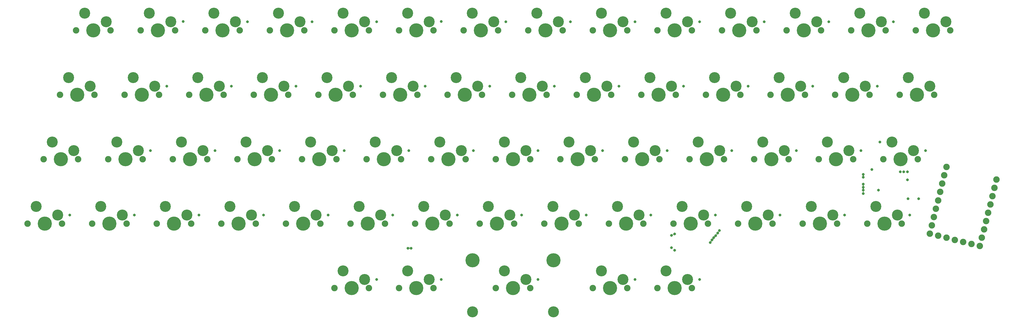
<source format=gbr>
%TF.GenerationSoftware,KiCad,Pcbnew,(6.0.6-0)*%
%TF.CreationDate,2022-07-30T10:34:08-07:00*%
%TF.ProjectId,purple-owl,70757270-6c65-42d6-9f77-6c2e6b696361,v0.1*%
%TF.SameCoordinates,Original*%
%TF.FileFunction,Soldermask,Bot*%
%TF.FilePolarity,Negative*%
%FSLAX46Y46*%
G04 Gerber Fmt 4.6, Leading zero omitted, Abs format (unit mm)*
G04 Created by KiCad (PCBNEW (6.0.6-0)) date 2022-07-30 10:34:08*
%MOMM*%
%LPD*%
G01*
G04 APERTURE LIST*
%ADD10C,3.248000*%
%ADD11C,1.901800*%
%ADD12C,4.187800*%
%ADD13C,1.900000*%
%ADD14C,0.800000*%
G04 APERTURE END LIST*
D10*
%TO.C,SW10*%
X168910000Y-71120000D03*
D11*
X176530000Y-76200000D03*
D12*
X171450000Y-76200000D03*
D11*
X166370000Y-76200000D03*
D10*
X175260000Y-73660000D03*
%TD*%
D12*
%TO.C,SW22*%
X204787500Y-95250000D03*
D11*
X199707500Y-95250000D03*
X209867500Y-95250000D03*
D10*
X202247500Y-90170000D03*
X208597500Y-92710000D03*
%TD*%
D12*
%TO.C,SW48*%
X233362500Y-133350000D03*
D11*
X238442500Y-133350000D03*
X228282500Y-133350000D03*
D10*
X230822500Y-128270000D03*
X237172500Y-130810000D03*
%TD*%
%TO.C,SW15*%
X335597500Y-90170000D03*
D12*
X338137500Y-95250000D03*
D10*
X341947500Y-92710000D03*
D11*
X343217500Y-95250000D03*
X333057500Y-95250000D03*
%TD*%
D10*
%TO.C,SW58*%
X251460000Y-149860000D03*
X245110000Y-147320000D03*
D11*
X242570000Y-152400000D03*
X252730000Y-152400000D03*
D12*
X247650000Y-152400000D03*
%TD*%
%TO.C,SW24*%
X166687500Y-95250000D03*
D11*
X161607500Y-95250000D03*
X171767500Y-95250000D03*
D10*
X164147500Y-90170000D03*
X170497500Y-92710000D03*
%TD*%
%TO.C,SW32*%
X273685000Y-109220000D03*
D12*
X276225000Y-114300000D03*
D10*
X280035000Y-111760000D03*
D11*
X271145000Y-114300000D03*
X281305000Y-114300000D03*
%TD*%
%TO.C,SW20*%
X237807500Y-95250000D03*
X247967500Y-95250000D03*
D12*
X242887500Y-95250000D03*
D10*
X246697500Y-92710000D03*
X240347500Y-90170000D03*
%TD*%
D12*
%TO.C,SW8*%
X209550000Y-76200000D03*
D10*
X207010000Y-71120000D03*
D11*
X204470000Y-76200000D03*
X214630000Y-76200000D03*
D10*
X213360000Y-73660000D03*
%TD*%
D11*
%TO.C,SW11*%
X147320000Y-76200000D03*
X157480000Y-76200000D03*
D10*
X156210000Y-73660000D03*
D12*
X152400000Y-76200000D03*
D10*
X149860000Y-71120000D03*
%TD*%
D12*
%TO.C,SW9*%
X190500000Y-76200000D03*
D10*
X194310000Y-73660000D03*
D11*
X185420000Y-76200000D03*
D10*
X187960000Y-71120000D03*
D11*
X195580000Y-76200000D03*
%TD*%
%TO.C,SW47*%
X257492500Y-133350000D03*
X247332500Y-133350000D03*
D10*
X256222500Y-130810000D03*
X249872500Y-128270000D03*
D12*
X252412500Y-133350000D03*
%TD*%
D10*
%TO.C,SW12*%
X137160000Y-73660000D03*
D11*
X128270000Y-76200000D03*
D10*
X130810000Y-71120000D03*
D12*
X133350000Y-76200000D03*
D11*
X138430000Y-76200000D03*
%TD*%
%TO.C,SW35*%
X213995000Y-114300000D03*
D10*
X222885000Y-111760000D03*
D11*
X224155000Y-114300000D03*
D10*
X216535000Y-109220000D03*
D12*
X219075000Y-114300000D03*
%TD*%
%TO.C,SW2*%
X323850000Y-76200000D03*
D10*
X327660000Y-73660000D03*
D11*
X328930000Y-76200000D03*
X318770000Y-76200000D03*
D10*
X321310000Y-71120000D03*
%TD*%
%TO.C,SW44*%
X313372500Y-130810000D03*
D12*
X309562500Y-133350000D03*
D11*
X304482500Y-133350000D03*
X314642500Y-133350000D03*
D10*
X307022500Y-128270000D03*
%TD*%
D11*
%TO.C,SW16*%
X324167500Y-95250000D03*
D12*
X319087500Y-95250000D03*
D10*
X322897500Y-92710000D03*
D11*
X314007500Y-95250000D03*
D10*
X316547500Y-90170000D03*
%TD*%
%TO.C,SW54*%
X122872500Y-130810000D03*
X116522500Y-128270000D03*
D11*
X113982500Y-133350000D03*
D12*
X119062500Y-133350000D03*
D11*
X124142500Y-133350000D03*
%TD*%
%TO.C,SW55*%
X94932500Y-133350000D03*
X105092500Y-133350000D03*
D10*
X103822500Y-130810000D03*
D12*
X100012500Y-133350000D03*
D10*
X97472500Y-128270000D03*
%TD*%
D11*
%TO.C,SW36*%
X194945000Y-114300000D03*
D12*
X200025000Y-114300000D03*
D10*
X197485000Y-109220000D03*
D11*
X205105000Y-114300000D03*
D10*
X203835000Y-111760000D03*
%TD*%
D11*
%TO.C,SW42*%
X80645000Y-114300000D03*
X90805000Y-114300000D03*
D10*
X89535000Y-111760000D03*
X83185000Y-109220000D03*
D12*
X85725000Y-114300000D03*
%TD*%
D11*
%TO.C,SW43*%
X333692500Y-133350000D03*
D10*
X332422500Y-130810000D03*
D12*
X328612500Y-133350000D03*
D11*
X323532500Y-133350000D03*
D10*
X326072500Y-128270000D03*
%TD*%
%TO.C,SW33*%
X260985000Y-111760000D03*
D11*
X252095000Y-114300000D03*
D10*
X254635000Y-109220000D03*
D12*
X257175000Y-114300000D03*
D11*
X262255000Y-114300000D03*
%TD*%
D10*
%TO.C,SW28*%
X87947500Y-90170000D03*
D12*
X90487500Y-95250000D03*
D10*
X94297500Y-92710000D03*
D11*
X95567500Y-95250000D03*
X85407500Y-95250000D03*
%TD*%
D12*
%TO.C,SW23*%
X185737500Y-95250000D03*
D10*
X183197500Y-90170000D03*
D11*
X190817500Y-95250000D03*
X180657500Y-95250000D03*
D10*
X189547500Y-92710000D03*
%TD*%
D11*
%TO.C,SW52*%
X162242500Y-133350000D03*
D10*
X160972500Y-130810000D03*
D12*
X157162500Y-133350000D03*
D11*
X152082500Y-133350000D03*
D10*
X154622500Y-128270000D03*
%TD*%
D12*
%TO.C,SW53*%
X138112500Y-133350000D03*
D11*
X133032500Y-133350000D03*
D10*
X141922500Y-130810000D03*
X135572500Y-128270000D03*
D11*
X143192500Y-133350000D03*
%TD*%
D12*
%TO.C,SW59*%
X231013000Y-144145000D03*
X207137000Y-144145000D03*
D10*
X207137000Y-159385000D03*
X216535000Y-147320000D03*
D11*
X213995000Y-152400000D03*
D10*
X222885000Y-149860000D03*
D12*
X219075000Y-152400000D03*
D10*
X231013000Y-159385000D03*
D11*
X224155000Y-152400000D03*
%TD*%
D12*
%TO.C,SW27*%
X109537500Y-95250000D03*
D10*
X106997500Y-90170000D03*
D11*
X104457500Y-95250000D03*
X114617500Y-95250000D03*
D10*
X113347500Y-92710000D03*
%TD*%
D12*
%TO.C,SW7*%
X228600000Y-76200000D03*
D11*
X233680000Y-76200000D03*
X223520000Y-76200000D03*
D10*
X226060000Y-71120000D03*
X232410000Y-73660000D03*
%TD*%
D12*
%TO.C,SW17*%
X300037500Y-95250000D03*
D10*
X297497500Y-90170000D03*
D11*
X305117500Y-95250000D03*
D10*
X303847500Y-92710000D03*
D11*
X294957500Y-95250000D03*
%TD*%
D10*
%TO.C,SW60*%
X187960000Y-147320000D03*
D11*
X195580000Y-152400000D03*
D10*
X194310000Y-149860000D03*
D12*
X190500000Y-152400000D03*
D11*
X185420000Y-152400000D03*
%TD*%
D10*
%TO.C,SW41*%
X102235000Y-109220000D03*
D11*
X109855000Y-114300000D03*
D12*
X104775000Y-114300000D03*
D11*
X99695000Y-114300000D03*
D10*
X108585000Y-111760000D03*
%TD*%
D11*
%TO.C,SW38*%
X156845000Y-114300000D03*
D12*
X161925000Y-114300000D03*
D10*
X165735000Y-111760000D03*
D11*
X167005000Y-114300000D03*
D10*
X159385000Y-109220000D03*
%TD*%
D11*
%TO.C,SW49*%
X219392500Y-133350000D03*
D10*
X218122500Y-130810000D03*
D11*
X209232500Y-133350000D03*
D12*
X214312500Y-133350000D03*
D10*
X211772500Y-128270000D03*
%TD*%
%TO.C,SW25*%
X145097500Y-90170000D03*
X151447500Y-92710000D03*
D12*
X147637500Y-95250000D03*
D11*
X152717500Y-95250000D03*
X142557500Y-95250000D03*
%TD*%
%TO.C,SW19*%
X256857500Y-95250000D03*
D10*
X265747500Y-92710000D03*
D11*
X267017500Y-95250000D03*
D10*
X259397500Y-90170000D03*
D12*
X261937500Y-95250000D03*
%TD*%
D11*
%TO.C,SW40*%
X118745000Y-114300000D03*
D12*
X123825000Y-114300000D03*
D10*
X127635000Y-111760000D03*
D11*
X128905000Y-114300000D03*
D10*
X121285000Y-109220000D03*
%TD*%
D11*
%TO.C,SW29*%
X338455000Y-114300000D03*
X328295000Y-114300000D03*
D10*
X337185000Y-111760000D03*
X330835000Y-109220000D03*
D12*
X333375000Y-114300000D03*
%TD*%
%TO.C,SW31*%
X295275000Y-114300000D03*
D11*
X300355000Y-114300000D03*
D10*
X292735000Y-109220000D03*
X299085000Y-111760000D03*
D11*
X290195000Y-114300000D03*
%TD*%
D10*
%TO.C,SW26*%
X132397500Y-92710000D03*
X126047500Y-90170000D03*
D11*
X123507500Y-95250000D03*
X133667500Y-95250000D03*
D12*
X128587500Y-95250000D03*
%TD*%
%TO.C,SW3*%
X304800000Y-76200000D03*
D11*
X309880000Y-76200000D03*
D10*
X308610000Y-73660000D03*
D11*
X299720000Y-76200000D03*
D10*
X302260000Y-71120000D03*
%TD*%
D11*
%TO.C,SW56*%
X75882500Y-133350000D03*
D12*
X80962500Y-133350000D03*
D10*
X84772500Y-130810000D03*
X78422500Y-128270000D03*
D11*
X86042500Y-133350000D03*
%TD*%
D12*
%TO.C,SW18*%
X280987500Y-95250000D03*
D11*
X286067500Y-95250000D03*
D10*
X278447500Y-90170000D03*
X284797500Y-92710000D03*
D11*
X275907500Y-95250000D03*
%TD*%
D10*
%TO.C,SW61*%
X168910000Y-147320000D03*
X175260000Y-149860000D03*
D11*
X176530000Y-152400000D03*
X166370000Y-152400000D03*
D12*
X171450000Y-152400000D03*
%TD*%
D11*
%TO.C,SW51*%
X171132500Y-133350000D03*
D12*
X176212500Y-133350000D03*
D10*
X173672500Y-128270000D03*
D11*
X181292500Y-133350000D03*
D10*
X180022500Y-130810000D03*
%TD*%
%TO.C,SW21*%
X227647500Y-92710000D03*
X221297500Y-90170000D03*
D12*
X223837500Y-95250000D03*
D11*
X218757500Y-95250000D03*
X228917500Y-95250000D03*
%TD*%
%TO.C,SW34*%
X243205000Y-114300000D03*
X233045000Y-114300000D03*
D12*
X238125000Y-114300000D03*
D10*
X235585000Y-109220000D03*
X241935000Y-111760000D03*
%TD*%
D11*
%TO.C,SW5*%
X271780000Y-76200000D03*
X261620000Y-76200000D03*
D12*
X266700000Y-76200000D03*
D10*
X270510000Y-73660000D03*
X264160000Y-71120000D03*
%TD*%
D12*
%TO.C,SW39*%
X142875000Y-114300000D03*
D11*
X147955000Y-114300000D03*
D10*
X146685000Y-111760000D03*
D11*
X137795000Y-114300000D03*
D10*
X140335000Y-109220000D03*
%TD*%
D12*
%TO.C,SW50*%
X195262500Y-133350000D03*
D10*
X192722500Y-128270000D03*
X199072500Y-130810000D03*
D11*
X190182500Y-133350000D03*
X200342500Y-133350000D03*
%TD*%
D10*
%TO.C,SW57*%
X270510000Y-149860000D03*
D12*
X266700000Y-152400000D03*
D11*
X261620000Y-152400000D03*
D10*
X264160000Y-147320000D03*
D11*
X271780000Y-152400000D03*
%TD*%
D10*
%TO.C,SW1*%
X340360000Y-71120000D03*
D11*
X337820000Y-76200000D03*
X347980000Y-76200000D03*
D12*
X342900000Y-76200000D03*
D10*
X346710000Y-73660000D03*
%TD*%
%TO.C,SW46*%
X268922500Y-128270000D03*
D11*
X266382500Y-133350000D03*
X276542500Y-133350000D03*
D12*
X271462500Y-133350000D03*
D10*
X275272500Y-130810000D03*
%TD*%
D12*
%TO.C,SW37*%
X180975000Y-114300000D03*
D10*
X184785000Y-111760000D03*
X178435000Y-109220000D03*
D11*
X186055000Y-114300000D03*
X175895000Y-114300000D03*
%TD*%
D10*
%TO.C,SW30*%
X311785000Y-109220000D03*
D12*
X314325000Y-114300000D03*
D11*
X319405000Y-114300000D03*
D10*
X318135000Y-111760000D03*
D11*
X309245000Y-114300000D03*
%TD*%
D12*
%TO.C,SW4*%
X285750000Y-76200000D03*
D10*
X289560000Y-73660000D03*
D11*
X280670000Y-76200000D03*
X290830000Y-76200000D03*
D10*
X283210000Y-71120000D03*
%TD*%
%TO.C,SW14*%
X99060000Y-73660000D03*
D12*
X95250000Y-76200000D03*
D10*
X92710000Y-71120000D03*
D11*
X90170000Y-76200000D03*
X100330000Y-76200000D03*
%TD*%
D10*
%TO.C,SW13*%
X118110000Y-73660000D03*
D11*
X109220000Y-76200000D03*
D12*
X114300000Y-76200000D03*
D11*
X119380000Y-76200000D03*
D10*
X111760000Y-71120000D03*
%TD*%
%TO.C,SW45*%
X294322500Y-130810000D03*
D12*
X290512500Y-133350000D03*
D10*
X287972500Y-128270000D03*
D11*
X295592500Y-133350000D03*
X285432500Y-133350000D03*
%TD*%
%TO.C,SW6*%
X252730000Y-76200000D03*
X242570000Y-76200000D03*
D12*
X247650000Y-76200000D03*
D10*
X245110000Y-71120000D03*
X251460000Y-73660000D03*
%TD*%
D13*
%TO.C,U1*%
X361641580Y-120255240D03*
X361027098Y-122719791D03*
X360412617Y-125184342D03*
X359798135Y-127648893D03*
X359183654Y-130113445D03*
X358569172Y-132577996D03*
X357954690Y-135042547D03*
X357340209Y-137507098D03*
X356725727Y-139971649D03*
X354261176Y-139357168D03*
X351796625Y-138742686D03*
X349332074Y-138128204D03*
X346867523Y-137513723D03*
X344402971Y-136899241D03*
X341938420Y-136284759D03*
X342552902Y-133820208D03*
X343167383Y-131355657D03*
X343781865Y-128891106D03*
X344396347Y-126426555D03*
X345010828Y-123962004D03*
X345625310Y-121497453D03*
X346239792Y-119032901D03*
X346854273Y-116568350D03*
%TD*%
D14*
X324866000Y-117348000D03*
X327279000Y-109220000D03*
X340741000Y-111760000D03*
X336042000Y-130810000D03*
X331216000Y-73660000D03*
X326453500Y-92710000D03*
X316865000Y-130810000D03*
X335568350Y-125949650D03*
X321691000Y-111760000D03*
X322326000Y-124395500D03*
X307403500Y-92710000D03*
X312166000Y-73660000D03*
X338631866Y-125934134D03*
X302641000Y-111760000D03*
X297815000Y-130810000D03*
X278765000Y-130810000D03*
X274066000Y-149860000D03*
X322317500Y-123444000D03*
X293116000Y-73660000D03*
X283591000Y-111760000D03*
X326857750Y-123444000D03*
X288353500Y-92710000D03*
X322317500Y-122555000D03*
X269303500Y-92710000D03*
X335407000Y-120396000D03*
X274066000Y-73660000D03*
X264541000Y-111760000D03*
X259715000Y-130810000D03*
X255016000Y-149860000D03*
X322323247Y-121663247D03*
X240665000Y-130810000D03*
X255016000Y-73660000D03*
X245491000Y-111760000D03*
X335407000Y-117991500D03*
X226441000Y-149860000D03*
X250253500Y-92710000D03*
X231203500Y-92710000D03*
X334264000Y-117983000D03*
X197866000Y-149860000D03*
X226441000Y-111760000D03*
X221615000Y-130810000D03*
X322326000Y-119634000D03*
X235966000Y-73660000D03*
X322326000Y-118745000D03*
X212153500Y-92710000D03*
X202628500Y-130810000D03*
X216916000Y-73660000D03*
X333248000Y-117983000D03*
X178816000Y-149860000D03*
X207391000Y-111760000D03*
X277241000Y-138938000D03*
X197866000Y-73533000D03*
X183578500Y-130810000D03*
X193103500Y-92710000D03*
X188341000Y-111760000D03*
X164528500Y-130810000D03*
X174053500Y-92710000D03*
X178816000Y-73660000D03*
X169291000Y-111760000D03*
X277749000Y-138176000D03*
X155003500Y-92710000D03*
X159766000Y-73660000D03*
X278257000Y-137476003D03*
X150241000Y-111760000D03*
X145478500Y-130810000D03*
X135953500Y-92710000D03*
X131191000Y-111760000D03*
X278827003Y-136841003D03*
X126428500Y-130810000D03*
X140716000Y-73660000D03*
X107378500Y-130810000D03*
X116903500Y-92710000D03*
X265811000Y-140416500D03*
X121793000Y-73533000D03*
X279400000Y-136144000D03*
X188976000Y-140589000D03*
X112141000Y-111760000D03*
X265811000Y-136822500D03*
X266700000Y-141224000D03*
X188087000Y-140589000D03*
X266700000Y-136368500D03*
X88328500Y-130810000D03*
X279908000Y-135382000D03*
G36*
X188423045Y-140373964D02*
G01*
X188433745Y-140387909D01*
X188489919Y-140428926D01*
X188559054Y-140433045D01*
X188619648Y-140399016D01*
X188629125Y-140388079D01*
X188639955Y-140373964D01*
X188641803Y-140373198D01*
X188643390Y-140374416D01*
X188643324Y-140376089D01*
X188597502Y-140466020D01*
X188578025Y-140589000D01*
X188597502Y-140711980D01*
X188643324Y-140801910D01*
X188643219Y-140803907D01*
X188641437Y-140804815D01*
X188639955Y-140804036D01*
X188629255Y-140790091D01*
X188573081Y-140749074D01*
X188503946Y-140744955D01*
X188443352Y-140778984D01*
X188433881Y-140789914D01*
X188423045Y-140804036D01*
X188421197Y-140804801D01*
X188419610Y-140803583D01*
X188419676Y-140801910D01*
X188465498Y-140711980D01*
X188484975Y-140589000D01*
X188465498Y-140466020D01*
X188419676Y-140376090D01*
X188419781Y-140374093D01*
X188421563Y-140373185D01*
X188423045Y-140373964D01*
G37*
G36*
X277389222Y-138335719D02*
G01*
X277427032Y-138409925D01*
X277515075Y-138497968D01*
X277626020Y-138554498D01*
X277719413Y-138569289D01*
X277720967Y-138570547D01*
X277720654Y-138572523D01*
X277719408Y-138573240D01*
X277651368Y-138583851D01*
X277599570Y-138629827D01*
X277580823Y-138696607D01*
X277590192Y-138742289D01*
X277604408Y-138776608D01*
X277604147Y-138778591D01*
X277602299Y-138779356D01*
X277600778Y-138778281D01*
X277562968Y-138704075D01*
X277474925Y-138616032D01*
X277363980Y-138559502D01*
X277270587Y-138544711D01*
X277269033Y-138543453D01*
X277269346Y-138541477D01*
X277270592Y-138540760D01*
X277338632Y-138530149D01*
X277390430Y-138484173D01*
X277409177Y-138417393D01*
X277399808Y-138371711D01*
X277385592Y-138337392D01*
X277385853Y-138335409D01*
X277387701Y-138334644D01*
X277389222Y-138335719D01*
G37*
G36*
X277886340Y-137614366D02*
G01*
X277935032Y-137709928D01*
X278023075Y-137797971D01*
X278134020Y-137854501D01*
X278252267Y-137873229D01*
X278253821Y-137874487D01*
X278253508Y-137876463D01*
X278252262Y-137877180D01*
X278186533Y-137887430D01*
X278134735Y-137933405D01*
X278115988Y-138000185D01*
X278123401Y-138036327D01*
X278122770Y-138038225D01*
X278120810Y-138038627D01*
X278119660Y-138037637D01*
X278070968Y-137942075D01*
X277982925Y-137854032D01*
X277871980Y-137797502D01*
X277753733Y-137778774D01*
X277752179Y-137777516D01*
X277752492Y-137775540D01*
X277753738Y-137774823D01*
X277819467Y-137764573D01*
X277871265Y-137718598D01*
X277890012Y-137651818D01*
X277882599Y-137615676D01*
X277883230Y-137613778D01*
X277885190Y-137613376D01*
X277886340Y-137614366D01*
G37*
G36*
X278435371Y-136881055D02*
G01*
X278448505Y-136963983D01*
X278505035Y-137074928D01*
X278593078Y-137162971D01*
X278704023Y-137219501D01*
X278786931Y-137232632D01*
X278788485Y-137233890D01*
X278788172Y-137235866D01*
X278786357Y-137236590D01*
X278782807Y-137236122D01*
X278714082Y-137246840D01*
X278662283Y-137292814D01*
X278643498Y-137359725D01*
X278644529Y-137374145D01*
X278652590Y-137435380D01*
X278651825Y-137437228D01*
X278649842Y-137437489D01*
X278648632Y-137435954D01*
X278635498Y-137353023D01*
X278578968Y-137242078D01*
X278490925Y-137154035D01*
X278379980Y-137097505D01*
X278297072Y-137084374D01*
X278295518Y-137083116D01*
X278295831Y-137081140D01*
X278297646Y-137080416D01*
X278301196Y-137080884D01*
X278369921Y-137070166D01*
X278421720Y-137024192D01*
X278440505Y-136957281D01*
X278439474Y-136942861D01*
X278431413Y-136881629D01*
X278432178Y-136879781D01*
X278434161Y-136879520D01*
X278435371Y-136881055D01*
G37*
G36*
X266308370Y-136408567D02*
G01*
X266321502Y-136491480D01*
X266378032Y-136602425D01*
X266442709Y-136667102D01*
X266443227Y-136669034D01*
X266441813Y-136670448D01*
X266440077Y-136670103D01*
X266405234Y-136643367D01*
X266404638Y-136644144D01*
X266402790Y-136644909D01*
X266401872Y-136644541D01*
X266365916Y-136618289D01*
X266296781Y-136614175D01*
X266236396Y-136648092D01*
X266203874Y-136709383D01*
X266202417Y-136750181D01*
X266206588Y-136781859D01*
X266205823Y-136783707D01*
X266203840Y-136783968D01*
X266202630Y-136782433D01*
X266189498Y-136699520D01*
X266132968Y-136588575D01*
X266068291Y-136523898D01*
X266067773Y-136521966D01*
X266069187Y-136520552D01*
X266070923Y-136520897D01*
X266105766Y-136547633D01*
X266106362Y-136546856D01*
X266108210Y-136546091D01*
X266109128Y-136546459D01*
X266145084Y-136572711D01*
X266214219Y-136576825D01*
X266274604Y-136542908D01*
X266307126Y-136481617D01*
X266308583Y-136440819D01*
X266304412Y-136409141D01*
X266305177Y-136407293D01*
X266307160Y-136407032D01*
X266308370Y-136408567D01*
G37*
G36*
X279031400Y-136286406D02*
G01*
X279078032Y-136377925D01*
X279166075Y-136465968D01*
X279277020Y-136522498D01*
X279359951Y-136535632D01*
X279361505Y-136536890D01*
X279361192Y-136538866D01*
X279359377Y-136539590D01*
X279330824Y-136535831D01*
X279262099Y-136546549D01*
X279210300Y-136592524D01*
X279191553Y-136659304D01*
X279199344Y-136697287D01*
X279198713Y-136699185D01*
X279196753Y-136699587D01*
X279195603Y-136698597D01*
X279148971Y-136607078D01*
X279060928Y-136519035D01*
X278949983Y-136462505D01*
X278867052Y-136449371D01*
X278865498Y-136448113D01*
X278865811Y-136446137D01*
X278867626Y-136445413D01*
X278896179Y-136449172D01*
X278964904Y-136438454D01*
X279016703Y-136392479D01*
X279035450Y-136325699D01*
X279027659Y-136287716D01*
X279028290Y-136285818D01*
X279030250Y-136285416D01*
X279031400Y-136286406D01*
G37*
G36*
X279548222Y-135541719D02*
G01*
X279586032Y-135615925D01*
X279674075Y-135703968D01*
X279785020Y-135760498D01*
X279878413Y-135775289D01*
X279879967Y-135776547D01*
X279879654Y-135778523D01*
X279878408Y-135779240D01*
X279810368Y-135789851D01*
X279758570Y-135835827D01*
X279739823Y-135902607D01*
X279749192Y-135948289D01*
X279763408Y-135982608D01*
X279763147Y-135984591D01*
X279761299Y-135985356D01*
X279759778Y-135984281D01*
X279721968Y-135910075D01*
X279633925Y-135822032D01*
X279522980Y-135765502D01*
X279429587Y-135750711D01*
X279428033Y-135749453D01*
X279428346Y-135747477D01*
X279429592Y-135746760D01*
X279497632Y-135736149D01*
X279549430Y-135690173D01*
X279568177Y-135623393D01*
X279558808Y-135577711D01*
X279544592Y-135543392D01*
X279544853Y-135541409D01*
X279546701Y-135540644D01*
X279548222Y-135541719D01*
G37*
G36*
X322532411Y-123776779D02*
G01*
X322533319Y-123778561D01*
X322532540Y-123780043D01*
X322518180Y-123791062D01*
X322517727Y-123791323D01*
X322486533Y-123804244D01*
X322432375Y-123847889D01*
X322410503Y-123913604D01*
X322427632Y-123980710D01*
X322477480Y-124027121D01*
X322478066Y-124029033D01*
X322476703Y-124030497D01*
X322475209Y-124030367D01*
X322448980Y-124017002D01*
X322326000Y-123997525D01*
X322203020Y-124017002D01*
X322113082Y-124062828D01*
X322111085Y-124062723D01*
X322110177Y-124060941D01*
X322110956Y-124059459D01*
X322125319Y-124048438D01*
X322125772Y-124048177D01*
X322156966Y-124035257D01*
X322211125Y-123991613D01*
X322232997Y-123925898D01*
X322215869Y-123858792D01*
X322166018Y-123812378D01*
X322165432Y-123810466D01*
X322166795Y-123809002D01*
X322168289Y-123809132D01*
X322194520Y-123822498D01*
X322317500Y-123841975D01*
X322440480Y-123822498D01*
X322530414Y-123776674D01*
X322532411Y-123776779D01*
G37*
G36*
X322104587Y-122887674D02*
G01*
X322194520Y-122933498D01*
X322317500Y-122952975D01*
X322440480Y-122933498D01*
X322530413Y-122887674D01*
X322532410Y-122887779D01*
X322533318Y-122889561D01*
X322532539Y-122891043D01*
X322518591Y-122901746D01*
X322477575Y-122957919D01*
X322473456Y-123027054D01*
X322507487Y-123087650D01*
X322518404Y-123097110D01*
X322532539Y-123107957D01*
X322533304Y-123109805D01*
X322532086Y-123111392D01*
X322530413Y-123111326D01*
X322440480Y-123065502D01*
X322317500Y-123046025D01*
X322194520Y-123065502D01*
X322104587Y-123111326D01*
X322102590Y-123111221D01*
X322101682Y-123109439D01*
X322102461Y-123107957D01*
X322116409Y-123097254D01*
X322157425Y-123041081D01*
X322161544Y-122971946D01*
X322127513Y-122911350D01*
X322116596Y-122901890D01*
X322102461Y-122891043D01*
X322101696Y-122889195D01*
X322102914Y-122887608D01*
X322104587Y-122887674D01*
G37*
G36*
X322110334Y-121995921D02*
G01*
X322200267Y-122041745D01*
X322323247Y-122061222D01*
X322446227Y-122041745D01*
X322536160Y-121995921D01*
X322538157Y-121996026D01*
X322539065Y-121997808D01*
X322538286Y-121999290D01*
X322519671Y-122013574D01*
X322478655Y-122069747D01*
X322474536Y-122138882D01*
X322508565Y-122199476D01*
X322519494Y-122208946D01*
X322532542Y-122218958D01*
X322533307Y-122220806D01*
X322532089Y-122222393D01*
X322530416Y-122222327D01*
X322440480Y-122176502D01*
X322317500Y-122157025D01*
X322194520Y-122176502D01*
X322104589Y-122222324D01*
X322102592Y-122222219D01*
X322101684Y-122220437D01*
X322102464Y-122218955D01*
X322121074Y-122204676D01*
X322162093Y-122148500D01*
X322166212Y-122079365D01*
X322132183Y-122018771D01*
X322121254Y-122009301D01*
X322108208Y-121999290D01*
X322107443Y-121997442D01*
X322108661Y-121995855D01*
X322110334Y-121995921D01*
G37*
G36*
X322113087Y-119077674D02*
G01*
X322203020Y-119123498D01*
X322326000Y-119142975D01*
X322448980Y-119123498D01*
X322538913Y-119077674D01*
X322540910Y-119077779D01*
X322541818Y-119079561D01*
X322541039Y-119081043D01*
X322527091Y-119091746D01*
X322486075Y-119147919D01*
X322481956Y-119217054D01*
X322515987Y-119277650D01*
X322526904Y-119287110D01*
X322541039Y-119297957D01*
X322541804Y-119299805D01*
X322540586Y-119301392D01*
X322538913Y-119301326D01*
X322448980Y-119255502D01*
X322326000Y-119236025D01*
X322203020Y-119255502D01*
X322113087Y-119301326D01*
X322111090Y-119301221D01*
X322110182Y-119299439D01*
X322110961Y-119297957D01*
X322124909Y-119287254D01*
X322165925Y-119231081D01*
X322170044Y-119161946D01*
X322136013Y-119101350D01*
X322125096Y-119091890D01*
X322110961Y-119081043D01*
X322110196Y-119079195D01*
X322111414Y-119077608D01*
X322113087Y-119077674D01*
G37*
G36*
X333882980Y-117871965D02*
G01*
X333883368Y-117873496D01*
X333866025Y-117983000D01*
X333883368Y-118092504D01*
X333882652Y-118094371D01*
X333880676Y-118094684D01*
X333879545Y-118093582D01*
X333871292Y-118073657D01*
X333870268Y-118074081D01*
X333868285Y-118073820D01*
X333867674Y-118073042D01*
X333849844Y-118032740D01*
X333792029Y-117994605D01*
X333722776Y-117993781D01*
X333664082Y-118030521D01*
X333644600Y-118073182D01*
X333642971Y-118074342D01*
X333642016Y-118074199D01*
X333640708Y-118073657D01*
X333632455Y-118093582D01*
X333630868Y-118094800D01*
X333629020Y-118094035D01*
X333628632Y-118092504D01*
X333645975Y-117983000D01*
X333628632Y-117873496D01*
X333629348Y-117871629D01*
X333631324Y-117871316D01*
X333632455Y-117872418D01*
X333640708Y-117892343D01*
X333641732Y-117891919D01*
X333643715Y-117892180D01*
X333644326Y-117892958D01*
X333662156Y-117933260D01*
X333719971Y-117971395D01*
X333789224Y-117972219D01*
X333847918Y-117935479D01*
X333867400Y-117892818D01*
X333869029Y-117891658D01*
X333869984Y-117891801D01*
X333871292Y-117892343D01*
X333879545Y-117872418D01*
X333881132Y-117871200D01*
X333882980Y-117871965D01*
G37*
M02*

</source>
